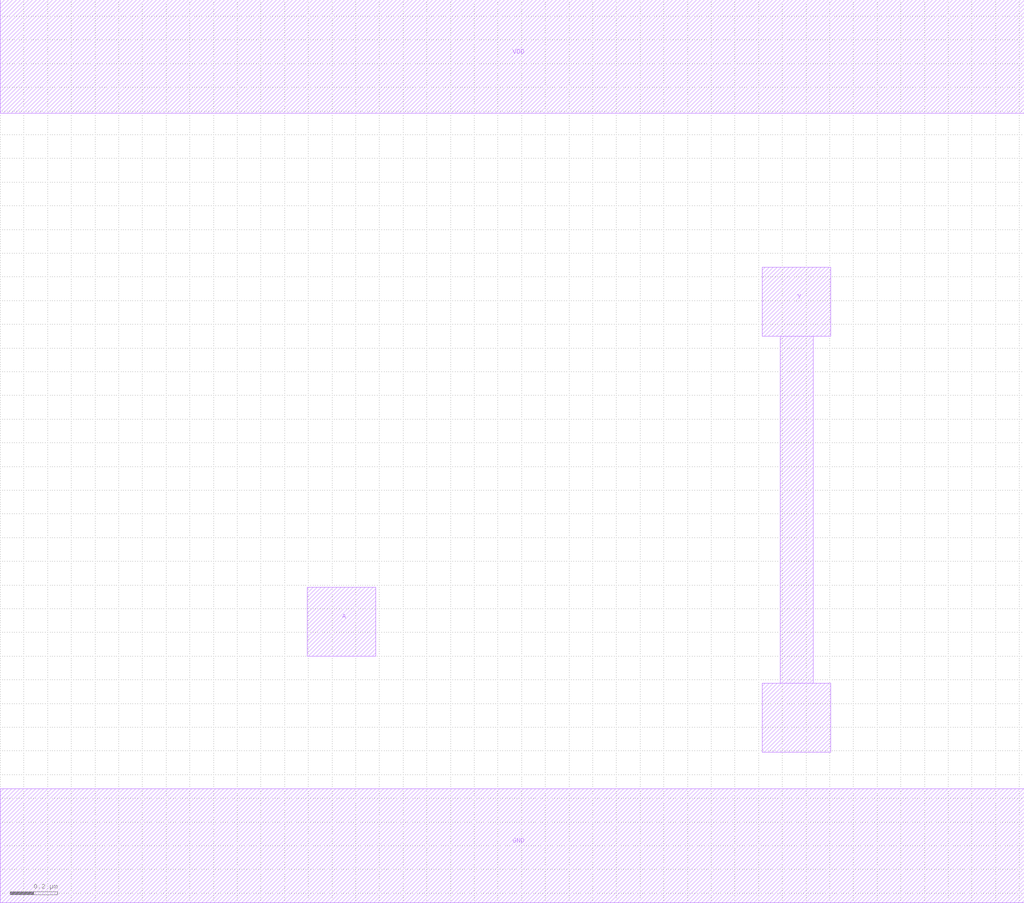
<source format=lef>
MACRO BUFX2
 CLASS CORE ;
 FOREIGN BUFX2 0 0 ;
 ORIGIN 0 0 ;
 SYMMETRY X Y R90 ;
 SITE CORE ;
  PIN VDD
   DIRECTION INOUT ;
   USE SIGNAL ;
   SHAPE ABUTMENT ;
    PORT
     CLASS CORE ;
       LAYER metal2 ;
        RECT 0.00000000 3.09000000 4.32000000 3.57000000 ;
    END
  END VDD

  PIN GND
   DIRECTION INOUT ;
   USE SIGNAL ;
   SHAPE ABUTMENT ;
    PORT
     CLASS CORE ;
       LAYER metal2 ;
        RECT 0.00000000 -0.24000000 4.32000000 0.24000000 ;
    END
  END GND

  PIN Y
   DIRECTION INOUT ;
   USE SIGNAL ;
   SHAPE ABUTMENT ;
    PORT
     CLASS CORE ;
       LAYER metal2 ;
        RECT 3.21500000 0.39500000 3.50500000 0.68500000 ;
        RECT 3.29000000 0.68500000 3.43000000 2.15000000 ;
        RECT 3.21500000 2.15000000 3.50500000 2.44000000 ;
    END
  END Y

  PIN A
   DIRECTION INOUT ;
   USE SIGNAL ;
   SHAPE ABUTMENT ;
    PORT
     CLASS CORE ;
       LAYER metal2 ;
        RECT 1.29500000 0.80000000 1.58500000 1.09000000 ;
    END
  END A


END BUFX2

</source>
